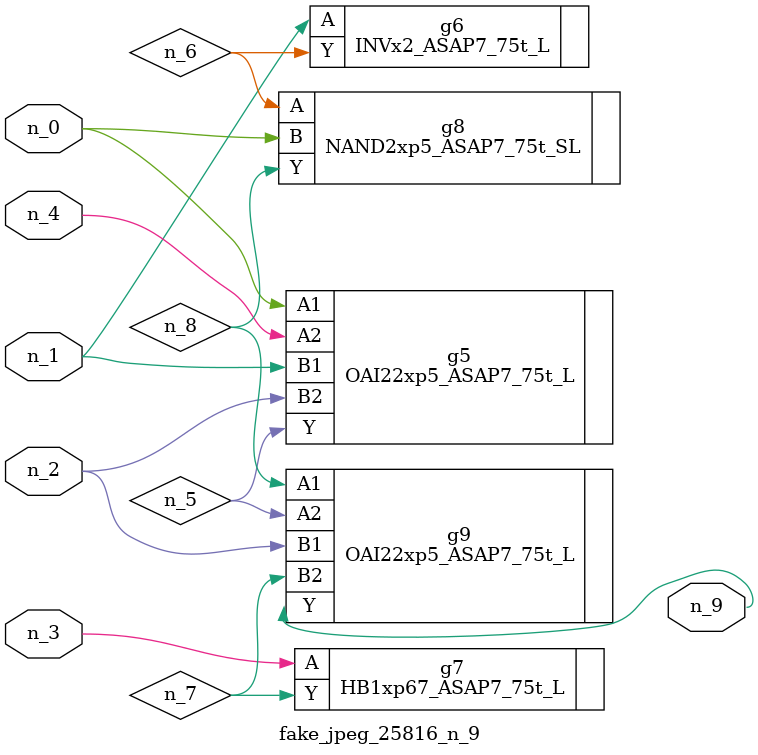
<source format=v>
module fake_jpeg_25816_n_9 (n_3, n_2, n_1, n_0, n_4, n_9);

input n_3;
input n_2;
input n_1;
input n_0;
input n_4;

output n_9;

wire n_8;
wire n_6;
wire n_5;
wire n_7;

OAI22xp5_ASAP7_75t_L g5 ( 
.A1(n_0),
.A2(n_4),
.B1(n_1),
.B2(n_2),
.Y(n_5)
);

INVx2_ASAP7_75t_L g6 ( 
.A(n_1),
.Y(n_6)
);

HB1xp67_ASAP7_75t_L g7 ( 
.A(n_3),
.Y(n_7)
);

NAND2xp5_ASAP7_75t_SL g8 ( 
.A(n_6),
.B(n_0),
.Y(n_8)
);

OAI22xp5_ASAP7_75t_L g9 ( 
.A1(n_8),
.A2(n_5),
.B1(n_2),
.B2(n_7),
.Y(n_9)
);


endmodule
</source>
